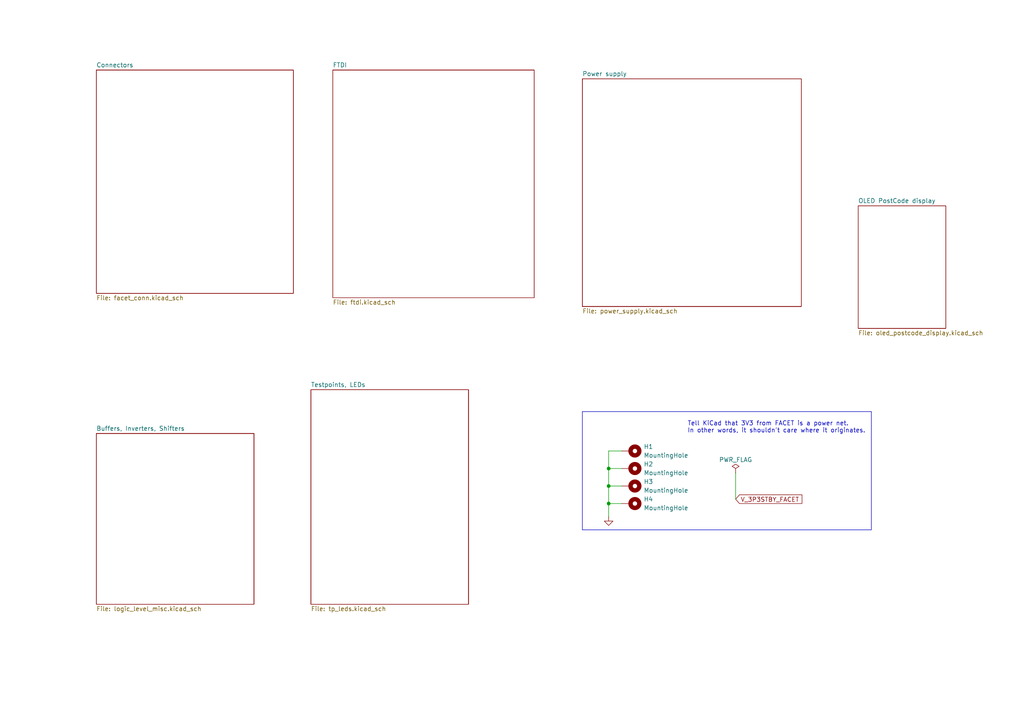
<source format=kicad_sch>
(kicad_sch (version 20250114) (generator "eeschema") (generator_version "9.0")
  (paper "A4")
  (title_block (title "ASPECT2 PCB") (date "${ISSUE_DATE}") (rev "${DESIGN_REV}"))
  (lib_symbols
    (symbol "Mechanical:MountingHole_Pad" (pin_numbers (hide yes)) (pin_names (offset 1.016) (hide yes)) (exclude_from_sim yes) (in_bom no)
      (property "Reference" "H" (at 0 6.35 0))
      (property "Value" "MountingHole_Pad" (at 0 4.445 0))
      (symbol "MountingHole_Pad_0_1"
        (circle (center 0 1.27) (radius 1.27) (stroke (width 1.27)))
      )
      (symbol "MountingHole_Pad_1_1"
        (pin input line (at 0 -2.54 90) (length 2.54) (name "1") (number "1"))
      )
    )
    (symbol "QR_Code:QR_CODE" (pin_numbers (hide yes)) (pin_names (offset 0) (hide yes)) (exclude_from_sim yes) (in_bom no))
    (symbol "power:GND" (power) (pin_numbers (hide yes)) (pin_names (offset 0) (hide yes))
      (property "Value" "GND" (at 0 -3.81 0))
      (symbol "GND_0_1"
        (polyline (pts (xy 0 0) (xy 0 -1.27) (xy 1.27 -1.27) (xy 0 -2.54) (xy -1.27 -1.27) (xy 0 -1.27)))
      )
      (symbol "GND_1_1"
        (pin power_in line (at 0 0 270) (length 0) (name "~") (number "1"))
      )
    )
    (symbol "power:PWR_FLAG" (power) (pin_numbers (hide yes)) (pin_names (offset 0) (hide yes))
      (property "Value" "PWR_FLAG" (at 0 3.81 0))
      (symbol "PWR_FLAG_0_0"
        (pin power_out line (at 0 0 90) (length 0) (name "~") (number "1"))
      )
      (symbol "PWR_FLAG_0_1"
        (polyline (pts (xy 0 0) (xy 0 1.27) (xy -1.016 1.905) (xy 0 2.54) (xy 1.016 1.905) (xy 0 1.27)))
      )
    )
  )
  (text "Tell KiCad that 3V3 from FACET is a power net.\nIn other words, it shouldn't care where it originates." (at 199.39 125.73 0) (effects (font (size 1.27 1.27)) (justify left bottom)))
  (junction (at 176.53 135.89))
  (junction (at 176.53 140.97))
  (junction (at 176.53 146.05))
  (polyline (pts (xy 252.73 153.67) (xy 168.91 153.67)))
  (wire (pts (xy 176.53 140.97) (xy 180.34 140.97)))
  (wire (pts (xy 176.53 146.05) (xy 180.34 146.05)))
  (polyline (pts (xy 168.91 153.67) (xy 168.91 119.38)))
  (wire (pts (xy 176.53 135.89) (xy 180.34 135.89)))
  (polyline (pts (xy 252.73 119.38) (xy 252.73 153.67)))
  (wire (pts (xy 176.53 135.89) (xy 176.53 140.97)))
  (wire (pts (xy 176.53 130.81) (xy 180.34 130.81)))
  (wire (pts (xy 176.53 130.81) (xy 176.53 135.89)))
  (wire (pts (xy 176.53 140.97) (xy 176.53 146.05)))
  (polyline (pts (xy 168.91 119.38) (xy 252.73 119.38)))
  (wire (pts (xy 176.53 146.05) (xy 176.53 149.86)))
  (wire (pts (xy 213.36 137.16) (xy 213.36 144.78)))
  (global_label "V_3P3STBY_FACET" (shape input) (at 213.36 144.78 0) (property "Intersheetrefs" "${INTERSHEET_REFS}" (effects (hide yes))))
  (symbol (lib_id "Mechanical:MountingHole_Pad") (at 182.88 130.81 270) (unit 1) (exclude_from_sim yes) (in_bom no)
    (property "Reference" "H1" (at 186.69 129.5399 90) (effects (justify left)))
    (property "Value" "MountingHole" (at 186.69 132.0799 90) (effects (justify left)))
    (property "Footprint" "MountingHole:MountingHole_2.2mm_M2_Pad" (effects (hide yes)))
    (property "Description" "Mounting Hole with connection" (effects (hide yes)))
  )
  (symbol (lib_id "power:PWR_FLAG") (at 213.36 137.16 0) (unit 1)
    (property "Reference" "#FLG03" (effects (hide yes)))
    (property "Value" "PWR_FLAG" (at 213.36 133.35 0))
    (property "Description" "Special symbol for telling ERC where power comes from" (effects (hide yes)))
  )
  (symbol (lib_id "power:GND") (at 176.53 149.86 0) (unit 1)
    (property "Reference" "#PWR065" (effects (hide yes)))
    (property "Value" "Earth" (effects (hide yes)))
    (property "Description" "Power symbol creates a global label with name \"GND\" , ground" (effects (hide yes)))
  )
  (symbol (lib_id "QR_Code:QR_CODE") (at 149.86 182.88 0) (unit 1) (exclude_from_sim yes) (in_bom no)
    (property "Reference" "SYM1" (effects (hide yes)))
    (property "Footprint" "QR_Code:Github_Project_Link" (effects (hide yes)))
  )
  (symbol (lib_id "Mechanical:MountingHole_Pad") (at 182.88 140.97 270) (unit 1) (exclude_from_sim yes) (in_bom no)
    (property "Reference" "H3" (at 186.69 139.6999 90) (effects (justify left)))
    (property "Value" "MountingHole" (at 186.69 142.2399 90) (effects (justify left)))
    (property "Footprint" "MountingHole:MountingHole_2.2mm_M2_Pad" (effects (hide yes)))
    (property "Description" "Mounting Hole with connection" (effects (hide yes)))
  )
  (symbol (lib_id "Mechanical:MountingHole_Pad") (at 182.88 135.89 270) (unit 1) (exclude_from_sim yes) (in_bom no)
    (property "Reference" "H2" (at 186.69 134.6199 90) (effects (justify left)))
    (property "Value" "MountingHole" (at 186.69 137.1599 90) (effects (justify left)))
    (property "Footprint" "MountingHole:MountingHole_2.2mm_M2_Pad" (effects (hide yes)))
    (property "Description" "Mounting Hole with connection" (effects (hide yes)))
  )
  (symbol (lib_id "Mechanical:MountingHole_Pad") (at 182.88 146.05 270) (unit 1) (exclude_from_sim yes) (in_bom no)
    (property "Reference" "H4" (at 186.69 144.7799 90) (effects (justify left)))
    (property "Value" "MountingHole" (at 186.69 147.3199 90) (effects (justify left)))
    (property "Footprint" "MountingHole:MountingHole_2.2mm_M2_Pad" (effects (hide yes)))
    (property "Description" "Mounting Hole with connection" (effects (hide yes)))
  )
  (sheet (at 27.94 125.73) (size 45.72 49.53) (stroke (width 0.1524))
    (property "Sheetname" "Buffers, Inverters, Shifters" (at 27.94 125.0184 0) (effects (justify left bottom)))
    (property "Sheetfile" "logic_level_misc.kicad_sch" (at 27.94 175.8446 0) (effects (justify left top)))
  )
  (sheet (at 27.94 20.32) (size 57.15 64.77) (stroke (width 0.1524))
    (property "Sheetname" "Connectors" (at 27.94 19.6084 0) (effects (justify left bottom)))
    (property "Sheetfile" "facet_conn.kicad_sch" (at 27.94 85.6746 0) (effects (justify left top)))
  )
  (sheet (at 90.17 113.03) (size 45.72 62.23) (stroke (width 0.1524))
    (property "Sheetname" "Testpoints, LEDs" (at 90.17 112.3184 0) (effects (justify left bottom)))
    (property "Sheetfile" "tp_leds.kicad_sch" (at 90.17 175.8446 0) (effects (justify left top)))
  )
  (sheet (at 96.52 20.32) (size 58.42 66.04) (stroke (width 0.1524))
    (property "Sheetname" "FTDI" (at 96.52 19.6084 0) (effects (justify left bottom)))
    (property "Sheetfile" "ftdi.kicad_sch" (at 96.52 86.9446 0) (effects (justify left top)))
  )
  (sheet (at 168.91 22.86) (size 63.5 66.04) (stroke (width 0.1524))
    (property "Sheetname" "Power supply" (at 168.91 22.1484 0) (effects (justify left bottom)))
    (property "Sheetfile" "power_supply.kicad_sch" (at 168.91 89.4846 0) (effects (justify left top)))
  )
  (sheet (at 248.92 59.69) (size 25.4 35.56) (stroke (width 0.1524))
    (property "Sheetname" "OLED PostCode display" (at 248.92 58.9784 0) (effects (justify left bottom)))
    (property "Sheetfile" "oled_postcode_display.kicad_sch" (at 248.92 95.8346 0) (effects (justify left top)))
  )
)
</source>
